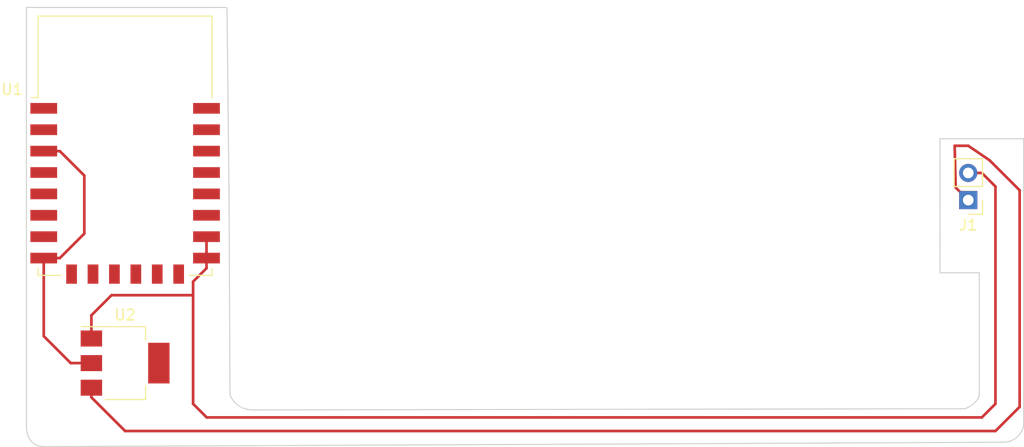
<source format=kicad_pcb>
(kicad_pcb (version 20171130) (host pcbnew 5.1.6+dfsg1-1)

  (general
    (thickness 1.6)
    (drawings 0)
    (tracks 32)
    (zones 0)
    (modules 4)
    (nets 22)
  )

  (page A4)
  (layers
    (0 F.Cu signal)
    (31 B.Cu signal)
    (32 B.Adhes user)
    (33 F.Adhes user)
    (34 B.Paste user)
    (35 F.Paste user)
    (36 B.SilkS user)
    (37 F.SilkS user)
    (38 B.Mask user)
    (39 F.Mask user)
    (40 Dwgs.User user)
    (41 Cmts.User user)
    (42 Eco1.User user)
    (43 Eco2.User user)
    (44 Edge.Cuts user)
    (45 Margin user)
    (46 B.CrtYd user)
    (47 F.CrtYd user)
    (48 B.Fab user)
    (49 F.Fab user)
  )

  (setup
    (last_trace_width 0.25)
    (trace_clearance 0.2)
    (zone_clearance 0.508)
    (zone_45_only no)
    (trace_min 0.2)
    (via_size 0.8)
    (via_drill 0.4)
    (via_min_size 0.4)
    (via_min_drill 0.3)
    (uvia_size 0.3)
    (uvia_drill 0.1)
    (uvias_allowed no)
    (uvia_min_size 0.2)
    (uvia_min_drill 0.1)
    (edge_width 0.05)
    (segment_width 0.2)
    (pcb_text_width 0.3)
    (pcb_text_size 1.5 1.5)
    (mod_edge_width 0.12)
    (mod_text_size 1 1)
    (mod_text_width 0.15)
    (pad_size 1.524 1.524)
    (pad_drill 0.762)
    (pad_to_mask_clearance 0.05)
    (aux_axis_origin 0 0)
    (visible_elements FFFFFF7F)
    (pcbplotparams
      (layerselection 0x010fc_ffffffff)
      (usegerberextensions false)
      (usegerberattributes true)
      (usegerberadvancedattributes true)
      (creategerberjobfile true)
      (excludeedgelayer true)
      (linewidth 0.100000)
      (plotframeref false)
      (viasonmask false)
      (mode 1)
      (useauxorigin false)
      (hpglpennumber 1)
      (hpglpenspeed 20)
      (hpglpendiameter 15.000000)
      (psnegative false)
      (psa4output false)
      (plotreference true)
      (plotvalue true)
      (plotinvisibletext false)
      (padsonsilk false)
      (subtractmaskfromsilk false)
      (outputformat 1)
      (mirror false)
      (drillshape 1)
      (scaleselection 1)
      (outputdirectory ""))
  )

  (net 0 "")
  (net 1 "Net-(J1-Pad1)")
  (net 2 "Net-(J1-Pad2)")
  (net 3 "Net-(U1-Pad1)")
  (net 4 "Net-(U1-Pad2)")
  (net 5 "Net-(U1-Pad3)")
  (net 6 "Net-(U1-Pad4)")
  (net 7 "Net-(U1-Pad5)")
  (net 8 "Net-(U1-Pad6)")
  (net 9 "Net-(U1-Pad7)")
  (net 10 "Net-(U1-Pad9)")
  (net 11 "Net-(U1-Pad10)")
  (net 12 "Net-(U1-Pad11)")
  (net 13 "Net-(U1-Pad12)")
  (net 14 "Net-(U1-Pad13)")
  (net 15 "Net-(U1-Pad14)")
  (net 16 "Net-(U1-Pad17)")
  (net 17 "Net-(U1-Pad18)")
  (net 18 "Net-(U1-Pad19)")
  (net 19 "Net-(U1-Pad20)")
  (net 20 "Net-(U1-Pad21)")
  (net 21 "Net-(U1-Pad22)")

  (net_class Default "This is the default net class."
    (clearance 0.2)
    (trace_width 0.25)
    (via_dia 0.8)
    (via_drill 0.4)
    (uvia_dia 0.3)
    (uvia_drill 0.1)
    (add_net "Net-(J1-Pad1)")
    (add_net "Net-(J1-Pad2)")
    (add_net "Net-(U1-Pad1)")
    (add_net "Net-(U1-Pad10)")
    (add_net "Net-(U1-Pad11)")
    (add_net "Net-(U1-Pad12)")
    (add_net "Net-(U1-Pad13)")
    (add_net "Net-(U1-Pad14)")
    (add_net "Net-(U1-Pad17)")
    (add_net "Net-(U1-Pad18)")
    (add_net "Net-(U1-Pad19)")
    (add_net "Net-(U1-Pad2)")
    (add_net "Net-(U1-Pad20)")
    (add_net "Net-(U1-Pad21)")
    (add_net "Net-(U1-Pad22)")
    (add_net "Net-(U1-Pad3)")
    (add_net "Net-(U1-Pad4)")
    (add_net "Net-(U1-Pad5)")
    (add_net "Net-(U1-Pad6)")
    (add_net "Net-(U1-Pad7)")
    (add_net "Net-(U1-Pad9)")
  )

  (module esp-wireless-charging-2:drawing (layer F.Cu) (tedit 0) (tstamp 5F6171A1)
    (at 149.86 72.39)
    (fp_text reference Ref** (at 0 0) (layer F.SilkS) hide
      (effects (font (size 1.27 1.27) (thickness 0.15)))
    )
    (fp_text value Val** (at 0 0) (layer F.SilkS) hide
      (effects (font (size 1.27 1.27) (thickness 0.15)))
    )
    (fp_line (start 36.923 11.0143) (end 36.923 13.5096) (layer Edge.Cuts) (width 0.1))
    (fp_line (start 36.923 13.5096) (end 36.846 13.7454) (layer Edge.Cuts) (width 0.1))
    (fp_line (start 36.846 13.7454) (end 36.734 13.9871) (layer Edge.Cuts) (width 0.1))
    (fp_line (start 36.734 13.9871) (end 36.558 14.264) (layer Edge.Cuts) (width 0.1))
    (fp_line (start 36.558 14.264) (end 36.441 14.4048) (layer Edge.Cuts) (width 0.1))
    (fp_line (start 36.441 14.4048) (end 36.306 14.5412) (layer Edge.Cuts) (width 0.1))
    (fp_line (start 36.306 14.5412) (end 36.149 14.6685) (layer Edge.Cuts) (width 0.1))
    (fp_line (start 36.149 14.6685) (end 35.968 14.7828) (layer Edge.Cuts) (width 0.1))
    (fp_line (start 35.968 14.7828) (end 35.764 14.8793) (layer Edge.Cuts) (width 0.1))
    (fp_line (start 35.764 14.8793) (end 35.533 14.9537) (layer Edge.Cuts) (width 0.1))
    (fp_line (start 35.533 14.9537) (end 35.275 15.0016) (layer Edge.Cuts) (width 0.1))
    (fp_line (start 35.275 15.0016) (end 34.99 15.0185) (layer Edge.Cuts) (width 0.1))
    (fp_line (start 34.99 15.0185) (end -54.6058 15.4252) (layer Edge.Cuts) (width 0.1))
    (fp_line (start -54.6058 15.4252) (end -54.6746 15.4239) (layer Edge.Cuts) (width 0.1))
    (fp_line (start -54.6746 15.4239) (end -54.8559 15.4035) (layer Edge.Cuts) (width 0.1))
    (fp_line (start -54.8559 15.4035) (end -55.1123 15.3395) (layer Edge.Cuts) (width 0.1))
    (fp_line (start -55.1123 15.3395) (end -55.2569 15.2835) (layer Edge.Cuts) (width 0.1))
    (fp_line (start -55.2569 15.2835) (end -55.4062 15.2075) (layer Edge.Cuts) (width 0.1))
    (fp_line (start -55.4062 15.2075) (end -55.5555 15.1084) (layer Edge.Cuts) (width 0.1))
    (fp_line (start -55.5555 15.1084) (end -55.7001 14.9831) (layer Edge.Cuts) (width 0.1))
    (fp_line (start -55.7001 14.9831) (end -55.8353 14.8286) (layer Edge.Cuts) (width 0.1))
    (fp_line (start -55.8353 14.8286) (end -55.9565 14.6418) (layer Edge.Cuts) (width 0.1))
    (fp_line (start -55.9565 14.6418) (end -56.0588 14.4196) (layer Edge.Cuts) (width 0.1))
    (fp_line (start -56.0588 14.4196) (end -56.1378 14.159) (layer Edge.Cuts) (width 0.1))
    (fp_line (start -56.1378 14.159) (end -56.1885 13.8569) (layer Edge.Cuts) (width 0.1))
    (fp_line (start -56.1885 13.8569) (end -56.2065 13.5103) (layer Edge.Cuts) (width 0.1))
    (fp_line (start -56.2065 13.5103) (end -56.2065 0.3951) (layer Edge.Cuts) (width 0.1))
    (fp_line (start -56.2065 0.3951) (end -56.2065 0.0455) (layer Edge.Cuts) (width 0.1))
    (fp_line (start -56.2065 0.0455) (end -56.2065 -25.63) (layer Edge.Cuts) (width 0.1))
    (fp_line (start -56.2065 -25.63) (end -37.4739 -25.63) (layer Edge.Cuts) (width 0.1))
    (fp_line (start -37.4739 -25.63) (end -37.2796 -7.5676) (layer Edge.Cuts) (width 0.1))
    (fp_line (start -37.2796 -7.5676) (end -37.2337 2.4565) (layer Edge.Cuts) (width 0.1))
    (fp_line (start -37.2337 2.4565) (end -37.1959 10.6061) (layer Edge.Cuts) (width 0.1))
    (fp_line (start -37.1959 10.6061) (end -37.0923 10.8237) (layer Edge.Cuts) (width 0.1))
    (fp_line (start -37.0923 10.8237) (end -36.9512 11.0467) (layer Edge.Cuts) (width 0.1))
    (fp_line (start -36.9512 11.0467) (end -36.7402 11.3024) (layer Edge.Cuts) (width 0.1))
    (fp_line (start -36.7402 11.3024) (end -36.606 11.4323) (layer Edge.Cuts) (width 0.1))
    (fp_line (start -36.606 11.4323) (end -36.4516 11.5582) (layer Edge.Cuts) (width 0.1))
    (fp_line (start -36.4516 11.5582) (end -36.2757 11.6758) (layer Edge.Cuts) (width 0.1))
    (fp_line (start -36.2757 11.6758) (end -36.0774 11.7812) (layer Edge.Cuts) (width 0.1))
    (fp_line (start -36.0774 11.7812) (end -35.8559 11.8702) (layer Edge.Cuts) (width 0.1))
    (fp_line (start -35.8559 11.8702) (end -35.6101 11.9389) (layer Edge.Cuts) (width 0.1))
    (fp_line (start -35.6101 11.9389) (end -35.339 11.9831) (layer Edge.Cuts) (width 0.1))
    (fp_line (start -35.339 11.9831) (end -35.0417 11.9987) (layer Edge.Cuts) (width 0.1))
    (fp_line (start -35.0417 11.9987) (end 31.455 11.8847) (layer Edge.Cuts) (width 0.1))
    (fp_line (start 31.455 11.8847) (end 31.662 11.7896) (layer Edge.Cuts) (width 0.1))
    (fp_line (start 31.662 11.7896) (end 31.874 11.6736) (layer Edge.Cuts) (width 0.1))
    (fp_line (start 31.874 11.6736) (end 32.117 11.5148) (layer Edge.Cuts) (width 0.1))
    (fp_line (start 32.117 11.5148) (end 32.362 11.3152) (layer Edge.Cuts) (width 0.1))
    (fp_line (start 32.362 11.3152) (end 32.573 11.0769) (layer Edge.Cuts) (width 0.1))
    (fp_line (start 32.573 11.0769) (end 32.659 10.9438) (layer Edge.Cuts) (width 0.1))
    (fp_line (start 32.659 10.9438) (end 32.723 10.8019) (layer Edge.Cuts) (width 0.1))
    (fp_line (start 32.723 10.8019) (end 32.766 10.6512) (layer Edge.Cuts) (width 0.1))
    (fp_line (start 32.766 10.6512) (end 32.78 10.4921) (layer Edge.Cuts) (width 0.1))
    (fp_line (start 32.78 10.4921) (end 32.78 -0.8235) (layer Edge.Cuts) (width 0.1))
    (fp_line (start 32.78 -0.8235) (end 29.106 -0.8235) (layer Edge.Cuts) (width 0.1))
    (fp_line (start 29.106 -0.8235) (end 29.107 -13.358) (layer Edge.Cuts) (width 0.1))
    (fp_line (start 29.107 -13.358) (end 36.923 -13.358) (layer Edge.Cuts) (width 0.1))
    (fp_line (start 36.923 -13.358) (end 36.923 11.0143) (layer Edge.Cuts) (width 0.1))
    (fp_line (start 36.923 11.0143) (end 36.923 11.0143) (layer Edge.Cuts) (width 0.1))
  )

  (module Connector_PinHeader_2.54mm:PinHeader_1x02_P2.54mm_Vertical (layer F.Cu) (tedit 59FED5CC) (tstamp 5F603AD4)
    (at 181.61 64.77 180)
    (descr "Through hole straight pin header, 1x02, 2.54mm pitch, single row")
    (tags "Through hole pin header THT 1x02 2.54mm single row")
    (path /5F5FEA51)
    (fp_text reference J1 (at 0 -2.33) (layer F.SilkS)
      (effects (font (size 1 1) (thickness 0.15)))
    )
    (fp_text value Conn_01x02 (at 0 4.87) (layer F.Fab)
      (effects (font (size 1 1) (thickness 0.15)))
    )
    (fp_line (start 1.8 -1.8) (end -1.8 -1.8) (layer F.CrtYd) (width 0.05))
    (fp_line (start 1.8 4.35) (end 1.8 -1.8) (layer F.CrtYd) (width 0.05))
    (fp_line (start -1.8 4.35) (end 1.8 4.35) (layer F.CrtYd) (width 0.05))
    (fp_line (start -1.8 -1.8) (end -1.8 4.35) (layer F.CrtYd) (width 0.05))
    (fp_line (start -1.33 -1.33) (end 0 -1.33) (layer F.SilkS) (width 0.12))
    (fp_line (start -1.33 0) (end -1.33 -1.33) (layer F.SilkS) (width 0.12))
    (fp_line (start -1.33 1.27) (end 1.33 1.27) (layer F.SilkS) (width 0.12))
    (fp_line (start 1.33 1.27) (end 1.33 3.87) (layer F.SilkS) (width 0.12))
    (fp_line (start -1.33 1.27) (end -1.33 3.87) (layer F.SilkS) (width 0.12))
    (fp_line (start -1.33 3.87) (end 1.33 3.87) (layer F.SilkS) (width 0.12))
    (fp_line (start -1.27 -0.635) (end -0.635 -1.27) (layer F.Fab) (width 0.1))
    (fp_line (start -1.27 3.81) (end -1.27 -0.635) (layer F.Fab) (width 0.1))
    (fp_line (start 1.27 3.81) (end -1.27 3.81) (layer F.Fab) (width 0.1))
    (fp_line (start 1.27 -1.27) (end 1.27 3.81) (layer F.Fab) (width 0.1))
    (fp_line (start -0.635 -1.27) (end 1.27 -1.27) (layer F.Fab) (width 0.1))
    (fp_text user %R (at 0 1.27 90) (layer F.Fab)
      (effects (font (size 1 1) (thickness 0.15)))
    )
    (pad 1 thru_hole rect (at 0 0 180) (size 1.7 1.7) (drill 1) (layers *.Cu *.Mask)
      (net 1 "Net-(J1-Pad1)"))
    (pad 2 thru_hole oval (at 0 2.54 180) (size 1.7 1.7) (drill 1) (layers *.Cu *.Mask)
      (net 2 "Net-(J1-Pad2)"))
    (model ${KISYS3DMOD}/Connector_PinHeader_2.54mm.3dshapes/PinHeader_1x02_P2.54mm_Vertical.wrl
      (at (xyz 0 0 0))
      (scale (xyz 1 1 1))
      (rotate (xyz 0 0 0))
    )
  )

  (module RF_Module:ESP-12E (layer F.Cu) (tedit 5A030172) (tstamp 5F60ADA4)
    (at 102.87 59.69)
    (descr "Wi-Fi Module, http://wiki.ai-thinker.com/_media/esp8266/docs/aithinker_esp_12f_datasheet_en.pdf")
    (tags "Wi-Fi Module")
    (path /5F5FC996)
    (attr smd)
    (fp_text reference U1 (at -10.56 -5.26) (layer F.SilkS)
      (effects (font (size 1 1) (thickness 0.15)))
    )
    (fp_text value ESP-12F (at -0.06 -12.78) (layer F.Fab)
      (effects (font (size 1 1) (thickness 0.15)))
    )
    (fp_line (start 5.56 -4.8) (end 8.12 -7.36) (layer Dwgs.User) (width 0.12))
    (fp_line (start 2.56 -4.8) (end 8.12 -10.36) (layer Dwgs.User) (width 0.12))
    (fp_line (start -0.44 -4.8) (end 6.88 -12.12) (layer Dwgs.User) (width 0.12))
    (fp_line (start -3.44 -4.8) (end 3.88 -12.12) (layer Dwgs.User) (width 0.12))
    (fp_line (start -6.44 -4.8) (end 0.88 -12.12) (layer Dwgs.User) (width 0.12))
    (fp_line (start -8.12 -6.12) (end -2.12 -12.12) (layer Dwgs.User) (width 0.12))
    (fp_line (start -8.12 -9.12) (end -5.12 -12.12) (layer Dwgs.User) (width 0.12))
    (fp_line (start -8.12 -4.8) (end -8.12 -12.12) (layer Dwgs.User) (width 0.12))
    (fp_line (start 8.12 -4.8) (end -8.12 -4.8) (layer Dwgs.User) (width 0.12))
    (fp_line (start 8.12 -12.12) (end 8.12 -4.8) (layer Dwgs.User) (width 0.12))
    (fp_line (start -8.12 -12.12) (end 8.12 -12.12) (layer Dwgs.User) (width 0.12))
    (fp_line (start -8.12 -4.5) (end -8.73 -4.5) (layer F.SilkS) (width 0.12))
    (fp_line (start -8.12 -4.5) (end -8.12 -12.12) (layer F.SilkS) (width 0.12))
    (fp_line (start -8.12 12.12) (end -8.12 11.5) (layer F.SilkS) (width 0.12))
    (fp_line (start -6 12.12) (end -8.12 12.12) (layer F.SilkS) (width 0.12))
    (fp_line (start 8.12 12.12) (end 6 12.12) (layer F.SilkS) (width 0.12))
    (fp_line (start 8.12 11.5) (end 8.12 12.12) (layer F.SilkS) (width 0.12))
    (fp_line (start 8.12 -12.12) (end 8.12 -4.5) (layer F.SilkS) (width 0.12))
    (fp_line (start -8.12 -12.12) (end 8.12 -12.12) (layer F.SilkS) (width 0.12))
    (fp_line (start -9.05 13.1) (end -9.05 -12.2) (layer F.CrtYd) (width 0.05))
    (fp_line (start 9.05 13.1) (end -9.05 13.1) (layer F.CrtYd) (width 0.05))
    (fp_line (start 9.05 -12.2) (end 9.05 13.1) (layer F.CrtYd) (width 0.05))
    (fp_line (start -9.05 -12.2) (end 9.05 -12.2) (layer F.CrtYd) (width 0.05))
    (fp_line (start -8 -4) (end -8 -12) (layer F.Fab) (width 0.12))
    (fp_line (start -7.5 -3.5) (end -8 -4) (layer F.Fab) (width 0.12))
    (fp_line (start -8 -3) (end -7.5 -3.5) (layer F.Fab) (width 0.12))
    (fp_line (start -8 12) (end -8 -3) (layer F.Fab) (width 0.12))
    (fp_line (start 8 12) (end -8 12) (layer F.Fab) (width 0.12))
    (fp_line (start 8 -12) (end 8 12) (layer F.Fab) (width 0.12))
    (fp_line (start -8 -12) (end 8 -12) (layer F.Fab) (width 0.12))
    (fp_text user Antenna (at -0.06 -7 180) (layer Cmts.User)
      (effects (font (size 1 1) (thickness 0.15)))
    )
    (fp_text user "KEEP-OUT ZONE" (at 0.03 -9.55 180) (layer Cmts.User)
      (effects (font (size 1 1) (thickness 0.15)))
    )
    (fp_text user %R (at 0.49 -0.8) (layer F.Fab)
      (effects (font (size 1 1) (thickness 0.15)))
    )
    (pad 1 smd rect (at -7.6 -3.5) (size 2.5 1) (layers F.Cu F.Paste F.Mask)
      (net 3 "Net-(U1-Pad1)"))
    (pad 2 smd rect (at -7.6 -1.5) (size 2.5 1) (layers F.Cu F.Paste F.Mask)
      (net 4 "Net-(U1-Pad2)"))
    (pad 3 smd rect (at -7.6 0.5) (size 2.5 1) (layers F.Cu F.Paste F.Mask)
      (net 5 "Net-(U1-Pad3)"))
    (pad 4 smd rect (at -7.6 2.5) (size 2.5 1) (layers F.Cu F.Paste F.Mask)
      (net 6 "Net-(U1-Pad4)"))
    (pad 5 smd rect (at -7.6 4.5) (size 2.5 1) (layers F.Cu F.Paste F.Mask)
      (net 7 "Net-(U1-Pad5)"))
    (pad 6 smd rect (at -7.6 6.5) (size 2.5 1) (layers F.Cu F.Paste F.Mask)
      (net 8 "Net-(U1-Pad6)"))
    (pad 7 smd rect (at -7.6 8.5) (size 2.5 1) (layers F.Cu F.Paste F.Mask)
      (net 9 "Net-(U1-Pad7)"))
    (pad 8 smd rect (at -7.6 10.5) (size 2.5 1) (layers F.Cu F.Paste F.Mask)
      (net 5 "Net-(U1-Pad3)"))
    (pad 9 smd rect (at -5 12) (size 1 1.8) (layers F.Cu F.Paste F.Mask)
      (net 10 "Net-(U1-Pad9)"))
    (pad 10 smd rect (at -3 12) (size 1 1.8) (layers F.Cu F.Paste F.Mask)
      (net 11 "Net-(U1-Pad10)"))
    (pad 11 smd rect (at -1 12) (size 1 1.8) (layers F.Cu F.Paste F.Mask)
      (net 12 "Net-(U1-Pad11)"))
    (pad 12 smd rect (at 1 12) (size 1 1.8) (layers F.Cu F.Paste F.Mask)
      (net 13 "Net-(U1-Pad12)"))
    (pad 13 smd rect (at 3 12) (size 1 1.8) (layers F.Cu F.Paste F.Mask)
      (net 14 "Net-(U1-Pad13)"))
    (pad 14 smd rect (at 5 12) (size 1 1.8) (layers F.Cu F.Paste F.Mask)
      (net 15 "Net-(U1-Pad14)"))
    (pad 15 smd rect (at 7.6 10.5) (size 2.5 1) (layers F.Cu F.Paste F.Mask)
      (net 2 "Net-(J1-Pad2)"))
    (pad 16 smd rect (at 7.6 8.5) (size 2.5 1) (layers F.Cu F.Paste F.Mask)
      (net 2 "Net-(J1-Pad2)"))
    (pad 17 smd rect (at 7.6 6.5) (size 2.5 1) (layers F.Cu F.Paste F.Mask)
      (net 16 "Net-(U1-Pad17)"))
    (pad 18 smd rect (at 7.6 4.5) (size 2.5 1) (layers F.Cu F.Paste F.Mask)
      (net 17 "Net-(U1-Pad18)"))
    (pad 19 smd rect (at 7.6 2.5) (size 2.5 1) (layers F.Cu F.Paste F.Mask)
      (net 18 "Net-(U1-Pad19)"))
    (pad 20 smd rect (at 7.6 0.5) (size 2.5 1) (layers F.Cu F.Paste F.Mask)
      (net 19 "Net-(U1-Pad20)"))
    (pad 21 smd rect (at 7.6 -1.5) (size 2.5 1) (layers F.Cu F.Paste F.Mask)
      (net 20 "Net-(U1-Pad21)"))
    (pad 22 smd rect (at 7.6 -3.5) (size 2.5 1) (layers F.Cu F.Paste F.Mask)
      (net 21 "Net-(U1-Pad22)"))
    (model ${KISYS3DMOD}/RF_Module.3dshapes/ESP-12E.wrl
      (at (xyz 0 0 0))
      (scale (xyz 1 1 1))
      (rotate (xyz 0 0 0))
    )
  )

  (module Package_TO_SOT_SMD:SOT-223-3_TabPin2 (layer F.Cu) (tedit 5A02FF57) (tstamp 5F603B25)
    (at 102.87 80.01)
    (descr "module CMS SOT223 4 pins")
    (tags "CMS SOT")
    (path /5F5FD947)
    (attr smd)
    (fp_text reference U2 (at 0 -4.5) (layer F.SilkS)
      (effects (font (size 1 1) (thickness 0.15)))
    )
    (fp_text value LM1117-3.3 (at 0 4.5) (layer F.Fab)
      (effects (font (size 1 1) (thickness 0.15)))
    )
    (fp_line (start 1.85 -3.35) (end 1.85 3.35) (layer F.Fab) (width 0.1))
    (fp_line (start -1.85 3.35) (end 1.85 3.35) (layer F.Fab) (width 0.1))
    (fp_line (start -4.1 -3.41) (end 1.91 -3.41) (layer F.SilkS) (width 0.12))
    (fp_line (start -0.85 -3.35) (end 1.85 -3.35) (layer F.Fab) (width 0.1))
    (fp_line (start -1.85 3.41) (end 1.91 3.41) (layer F.SilkS) (width 0.12))
    (fp_line (start -1.85 -2.35) (end -1.85 3.35) (layer F.Fab) (width 0.1))
    (fp_line (start -1.85 -2.35) (end -0.85 -3.35) (layer F.Fab) (width 0.1))
    (fp_line (start -4.4 -3.6) (end -4.4 3.6) (layer F.CrtYd) (width 0.05))
    (fp_line (start -4.4 3.6) (end 4.4 3.6) (layer F.CrtYd) (width 0.05))
    (fp_line (start 4.4 3.6) (end 4.4 -3.6) (layer F.CrtYd) (width 0.05))
    (fp_line (start 4.4 -3.6) (end -4.4 -3.6) (layer F.CrtYd) (width 0.05))
    (fp_line (start 1.91 -3.41) (end 1.91 -2.15) (layer F.SilkS) (width 0.12))
    (fp_line (start 1.91 3.41) (end 1.91 2.15) (layer F.SilkS) (width 0.12))
    (fp_text user %R (at 0 0 90) (layer F.Fab)
      (effects (font (size 0.8 0.8) (thickness 0.12)))
    )
    (pad 2 smd rect (at 3.15 0) (size 2 3.8) (layers F.Cu F.Paste F.Mask)
      (net 5 "Net-(U1-Pad3)"))
    (pad 2 smd rect (at -3.15 0) (size 2 1.5) (layers F.Cu F.Paste F.Mask)
      (net 5 "Net-(U1-Pad3)"))
    (pad 3 smd rect (at -3.15 2.3) (size 2 1.5) (layers F.Cu F.Paste F.Mask)
      (net 1 "Net-(J1-Pad1)"))
    (pad 1 smd rect (at -3.15 -2.3) (size 2 1.5) (layers F.Cu F.Paste F.Mask)
      (net 2 "Net-(J1-Pad2)"))
    (model ${KISYS3DMOD}/Package_TO_SOT_SMD.3dshapes/SOT-223.wrl
      (at (xyz 0 0 0))
      (scale (xyz 1 1 1))
      (rotate (xyz 0 0 0))
    )
  )

  (segment (start 180.434999 63.594999) (end 181.61 64.77) (width 0.25) (layer F.Cu) (net 1))
  (segment (start 180.34 59.69) (end 180.434999 63.594999) (width 0.25) (layer F.Cu) (net 1))
  (segment (start 181.61 59.69) (end 180.34 59.69) (width 0.25) (layer F.Cu) (net 1))
  (segment (start 186.40799 84.10201) (end 186.40799 63.85158) (width 0.25) (layer F.Cu) (net 1))
  (segment (start 183.611409 61.054999) (end 181.61 59.69) (width 0.25) (layer F.Cu) (net 1))
  (segment (start 186.40799 63.85158) (end 183.611409 61.054999) (width 0.25) (layer F.Cu) (net 1))
  (segment (start 184.15 86.36) (end 186.40799 84.10201) (width 0.25) (layer F.Cu) (net 1))
  (segment (start 102.87 86.36) (end 184.15 86.36) (width 0.25) (layer F.Cu) (net 1))
  (segment (start 99.72 83.21) (end 102.87 86.36) (width 0.25) (layer F.Cu) (net 1))
  (segment (start 99.72 82.31) (end 99.72 83.21) (width 0.25) (layer F.Cu) (net 1))
  (segment (start 109.22 72.39) (end 110.47 71.14) (width 0.25) (layer F.Cu) (net 2))
  (segment (start 110.47 71.14) (end 110.47 70.19) (width 0.25) (layer F.Cu) (net 2))
  (segment (start 110.47 68.19) (end 110.47 70.19) (width 0.25) (layer F.Cu) (net 2))
  (segment (start 99.72 77.71) (end 99.72 75.54) (width 0.25) (layer F.Cu) (net 2))
  (segment (start 99.72 75.54) (end 101.6 73.66) (width 0.25) (layer F.Cu) (net 2))
  (segment (start 101.6 73.66) (end 109.22 73.66) (width 0.25) (layer F.Cu) (net 2))
  (segment (start 109.22 73.66) (end 109.22 72.39) (width 0.25) (layer F.Cu) (net 2))
  (segment (start 109.22 83.82) (end 109.22 73.66) (width 0.25) (layer F.Cu) (net 2))
  (segment (start 110.49 85.09) (end 109.22 83.82) (width 0.25) (layer F.Cu) (net 2))
  (segment (start 182.88 85.09) (end 110.49 85.09) (width 0.25) (layer F.Cu) (net 2))
  (segment (start 184.15 83.82) (end 182.88 85.09) (width 0.25) (layer F.Cu) (net 2))
  (segment (start 184.15 63.5) (end 184.15 83.82) (width 0.25) (layer F.Cu) (net 2))
  (segment (start 182.88 62.23) (end 184.15 63.5) (width 0.25) (layer F.Cu) (net 2))
  (segment (start 181.61 62.23) (end 182.88 62.23) (width 0.25) (layer F.Cu) (net 2))
  (segment (start 96.77 60.19) (end 99.06 62.48) (width 0.25) (layer F.Cu) (net 5))
  (segment (start 95.27 60.19) (end 96.77 60.19) (width 0.25) (layer F.Cu) (net 5))
  (segment (start 99.06 67.9) (end 96.77 70.19) (width 0.25) (layer F.Cu) (net 5))
  (segment (start 96.77 70.19) (end 95.27 70.19) (width 0.25) (layer F.Cu) (net 5))
  (segment (start 99.06 62.48) (end 99.06 67.9) (width 0.25) (layer F.Cu) (net 5))
  (segment (start 99.72 80.01) (end 97.79 80.01) (width 0.25) (layer F.Cu) (net 5))
  (segment (start 95.27 77.49) (end 95.27 70.19) (width 0.25) (layer F.Cu) (net 5))
  (segment (start 97.79 80.01) (end 95.27 77.49) (width 0.25) (layer F.Cu) (net 5))

)

</source>
